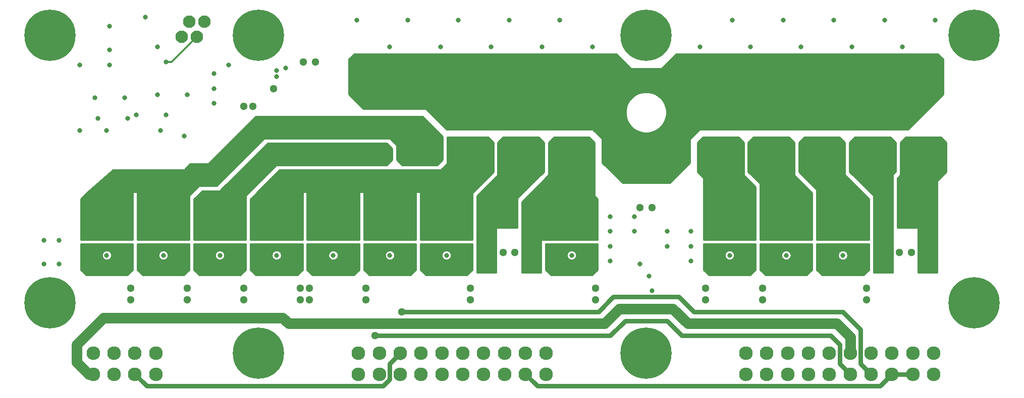
<source format=gbr>
G04 #@! TF.GenerationSoftware,KiCad,Pcbnew,(5.1.5-0-10_14)*
G04 #@! TF.CreationDate,2020-04-25T01:09:03+02:00*
G04 #@! TF.ProjectId,PowerUnit,506f7765-7255-46e6-9974-2e6b69636164,B*
G04 #@! TF.SameCoordinates,Original*
G04 #@! TF.FileFunction,Copper,L4,Bot*
G04 #@! TF.FilePolarity,Positive*
%FSLAX46Y46*%
G04 Gerber Fmt 4.6, Leading zero omitted, Abs format (unit mm)*
G04 Created by KiCad (PCBNEW (5.1.5-0-10_14)) date 2020-04-25 01:09:03*
%MOMM*%
%LPD*%
G04 APERTURE LIST*
%ADD10C,2.100000*%
%ADD11C,0.900000*%
%ADD12C,8.600000*%
%ADD13C,2.700000*%
%ADD14C,2.300000*%
%ADD15C,1.300000*%
%ADD16C,0.800000*%
%ADD17C,0.800000*%
%ADD18C,1.800000*%
%ADD19C,0.300000*%
%ADD20C,0.254000*%
G04 APERTURE END LIST*
D10*
X80905000Y-87730000D03*
X79635000Y-90270000D03*
X78365000Y-87730000D03*
X77095000Y-90270000D03*
D11*
X212280419Y-132719581D03*
X210000000Y-131775000D03*
X207719581Y-132719581D03*
X206775000Y-135000000D03*
X207719581Y-137280419D03*
X210000000Y-138225000D03*
X212280419Y-137280419D03*
X213225000Y-135000000D03*
D12*
X210000000Y-135000000D03*
D11*
X212280419Y-87719581D03*
X210000000Y-86775000D03*
X207719581Y-87719581D03*
X206775000Y-90000000D03*
X207719581Y-92280419D03*
X210000000Y-93225000D03*
X212280419Y-92280419D03*
X213225000Y-90000000D03*
D12*
X210000000Y-90000000D03*
D11*
X157280419Y-141219581D03*
X155000000Y-140275000D03*
X152719581Y-141219581D03*
X151775000Y-143500000D03*
X152719581Y-145780419D03*
X155000000Y-146725000D03*
X157280419Y-145780419D03*
X158225000Y-143500000D03*
D12*
X155000000Y-143500000D03*
D11*
X157280419Y-87719581D03*
X155000000Y-86775000D03*
X152719581Y-87719581D03*
X151775000Y-90000000D03*
X152719581Y-92280419D03*
X155000000Y-93225000D03*
X157280419Y-92280419D03*
X158225000Y-90000000D03*
D12*
X155000000Y-90000000D03*
D11*
X92280419Y-141219581D03*
X90000000Y-140275000D03*
X87719581Y-141219581D03*
X86775000Y-143500000D03*
X87719581Y-145780419D03*
X90000000Y-146725000D03*
X92280419Y-145780419D03*
X93225000Y-143500000D03*
D12*
X90000000Y-143500000D03*
D11*
X92280419Y-87719581D03*
X90000000Y-86775000D03*
X87719581Y-87719581D03*
X86775000Y-90000000D03*
X87719581Y-92280419D03*
X90000000Y-93225000D03*
X92280419Y-92280419D03*
X93225000Y-90000000D03*
D12*
X90000000Y-90000000D03*
D11*
X57280419Y-132719581D03*
X55000000Y-131775000D03*
X52719581Y-132719581D03*
X51775000Y-135000000D03*
X52719581Y-137280419D03*
X55000000Y-138225000D03*
X57280419Y-137280419D03*
X58225000Y-135000000D03*
D12*
X55000000Y-135000000D03*
D11*
X57280419Y-87719581D03*
X55000000Y-86775000D03*
X52719581Y-87719581D03*
X51775000Y-90000000D03*
X52719581Y-92280419D03*
X55000000Y-93225000D03*
X57280419Y-92280419D03*
X58225000Y-90000000D03*
D12*
X55000000Y-90000000D03*
D13*
X203200000Y-109730000D03*
X199800000Y-109730000D03*
X199800000Y-96270000D03*
X203200000Y-96270000D03*
X135700000Y-109730000D03*
X132300000Y-109730000D03*
X132300000Y-96270000D03*
X135700000Y-96270000D03*
D14*
X171750000Y-143490000D03*
X175250000Y-143490000D03*
X178750000Y-143490000D03*
X182250000Y-143490000D03*
X185750000Y-143490000D03*
X189250000Y-143490000D03*
X192750000Y-143490000D03*
X196250000Y-143490000D03*
X199750000Y-143490000D03*
X203250000Y-143490000D03*
X171750000Y-146990000D03*
X175250000Y-146990000D03*
X178750000Y-146990000D03*
X182250000Y-146990000D03*
X185750000Y-146990000D03*
X189250000Y-146990000D03*
X192750000Y-146990000D03*
X196250000Y-146990000D03*
X199750000Y-146990000D03*
X203250000Y-146990000D03*
X149920000Y-100460000D03*
X149920000Y-103000000D03*
X149920000Y-105540000D03*
X149920000Y-108080000D03*
X152460000Y-108080000D03*
X155000000Y-108080000D03*
X157540000Y-108080000D03*
X160080000Y-108080000D03*
X160080000Y-105540000D03*
X160080000Y-103000000D03*
X160080000Y-100460000D03*
X160080000Y-97920000D03*
X157540000Y-97920000D03*
X155000000Y-97920000D03*
X152460000Y-97920000D03*
X149920000Y-97920000D03*
X62250000Y-143490000D03*
X65750000Y-143490000D03*
X69250000Y-143490000D03*
X72750000Y-143490000D03*
X62250000Y-146990000D03*
X65750000Y-146990000D03*
X69250000Y-146990000D03*
X72750000Y-146990000D03*
D13*
X144200000Y-109730000D03*
X140800000Y-109730000D03*
X140800000Y-96270000D03*
X144200000Y-96270000D03*
X118700000Y-109730000D03*
X115300000Y-109730000D03*
X115300000Y-96270000D03*
X118700000Y-96270000D03*
X127200000Y-109730000D03*
X123800000Y-109730000D03*
X123800000Y-96270000D03*
X127200000Y-96270000D03*
X169200000Y-109730000D03*
X165800000Y-109730000D03*
X165800000Y-96270000D03*
X169200000Y-96270000D03*
X110200000Y-109730000D03*
X106800000Y-109730000D03*
X106800000Y-96270000D03*
X110200000Y-96270000D03*
X186200000Y-109730000D03*
X182800000Y-109730000D03*
X182800000Y-96270000D03*
X186200000Y-96270000D03*
X177700000Y-109730000D03*
X174300000Y-109730000D03*
X174300000Y-96270000D03*
X177700000Y-96270000D03*
X194700000Y-109730000D03*
X191300000Y-109730000D03*
X191300000Y-96270000D03*
X194700000Y-96270000D03*
D14*
X106750000Y-143490000D03*
X110250000Y-143490000D03*
X113750000Y-143490000D03*
X117250000Y-143490000D03*
X120750000Y-143490000D03*
X124250000Y-143490000D03*
X127750000Y-143490000D03*
X131250000Y-143490000D03*
X134750000Y-143490000D03*
X138250000Y-143490000D03*
X106750000Y-146990000D03*
X110250000Y-146990000D03*
X113750000Y-146990000D03*
X117250000Y-146990000D03*
X120750000Y-146990000D03*
X124250000Y-146990000D03*
X127750000Y-146990000D03*
X131250000Y-146990000D03*
X134750000Y-146990000D03*
X138250000Y-146990000D03*
D15*
X133000000Y-126500000D03*
X131000000Y-126500000D03*
X125500000Y-134500000D03*
X108000000Y-134500000D03*
X108000000Y-132500000D03*
X125500000Y-132500000D03*
X98500000Y-132500000D03*
X97000000Y-132500000D03*
X97000000Y-134500000D03*
X87500000Y-132500000D03*
X87500000Y-134500000D03*
X78000000Y-132500000D03*
X78000000Y-134500000D03*
X68500000Y-132500000D03*
X68500000Y-134500000D03*
X165000000Y-132500000D03*
X165000000Y-134500000D03*
X98500000Y-134500000D03*
X156000000Y-119000000D03*
X154000000Y-119000000D03*
D16*
X169500000Y-87500000D03*
X178000000Y-87500000D03*
X186500000Y-87500000D03*
X195000000Y-87500000D03*
X203500000Y-87500000D03*
X106500000Y-87500000D03*
X115000000Y-87500000D03*
X123500000Y-87500000D03*
X132000000Y-87500000D03*
X140500000Y-87500000D03*
D15*
X146500000Y-132500000D03*
X146500000Y-134500000D03*
X97500000Y-94500000D03*
X99500000Y-94500000D03*
D16*
X82500000Y-101500000D03*
X60000000Y-95000000D03*
X71000000Y-87000000D03*
X69500000Y-103450000D03*
X74500000Y-103450000D03*
X65000000Y-92500000D03*
X65000000Y-95000000D03*
X78000000Y-100000000D03*
X73000000Y-100000000D03*
X67500000Y-100500000D03*
X62500000Y-100500000D03*
D15*
X197500000Y-126500000D03*
X199500000Y-126500000D03*
X192000000Y-132500000D03*
X192000000Y-134500000D03*
X174500000Y-132500000D03*
X174500000Y-134500000D03*
X89000000Y-102000000D03*
X87500000Y-102000000D03*
X92500000Y-99000000D03*
D16*
X85000000Y-95000000D03*
X73000000Y-92000000D03*
X82500000Y-96500000D03*
X94500000Y-95500000D03*
X93000000Y-96000000D03*
X93000000Y-97000000D03*
X82500000Y-99000000D03*
X65000000Y-88500000D03*
X63000000Y-104000000D03*
X68000000Y-104000000D03*
X129000000Y-92000000D03*
D15*
X118000000Y-121000000D03*
X118000000Y-119000000D03*
X118000000Y-123000000D03*
X125000000Y-123000000D03*
X125000000Y-121000000D03*
X125000000Y-119000000D03*
X115500000Y-119000000D03*
X115500000Y-121000000D03*
X115500000Y-123000000D03*
X108500000Y-123000000D03*
X108500000Y-121000000D03*
X108500000Y-119000000D03*
X106000000Y-119000000D03*
X106000000Y-121000000D03*
X106000000Y-123000000D03*
X99000000Y-123000000D03*
X99000000Y-121000000D03*
X99000000Y-119000000D03*
X96500000Y-119000000D03*
X96500000Y-121000000D03*
X96500000Y-123000000D03*
X89500000Y-119000000D03*
X89500000Y-121000000D03*
X89500000Y-123000000D03*
D16*
X120500000Y-92000000D03*
D15*
X70500000Y-121000000D03*
X61000000Y-121000000D03*
X70500000Y-119000000D03*
X70500000Y-123000000D03*
X77500000Y-123000000D03*
X77500000Y-121000000D03*
X77500000Y-119000000D03*
X61000000Y-119000000D03*
X61000000Y-123000000D03*
X68000000Y-123000000D03*
X68000000Y-121000000D03*
X68000000Y-119000000D03*
D16*
X146000000Y-92000000D03*
D15*
X135000000Y-124500000D03*
X136500000Y-124500000D03*
X136500000Y-126500000D03*
X135000000Y-126500000D03*
X135000000Y-128500000D03*
X136500000Y-128500000D03*
X146000000Y-119000000D03*
X139000000Y-119000000D03*
X139000000Y-121000000D03*
X146000000Y-121000000D03*
X146000000Y-123000000D03*
X139000000Y-123000000D03*
D16*
X164000000Y-92000000D03*
D15*
X172500000Y-123000000D03*
X172500000Y-121000000D03*
X172500000Y-119000000D03*
X165500000Y-123000000D03*
X165500000Y-121000000D03*
X165500000Y-119000000D03*
X154000000Y-111000000D03*
X156000000Y-111000000D03*
D16*
X172500000Y-92000000D03*
D15*
X182000000Y-121000000D03*
X182000000Y-123000000D03*
X182000000Y-119000000D03*
X175000000Y-119000000D03*
X175000000Y-121000000D03*
X175000000Y-123000000D03*
D16*
X181000000Y-92000000D03*
D15*
X184500000Y-119000000D03*
X184500000Y-121000000D03*
X184500000Y-123000000D03*
X191500000Y-119000000D03*
X191500000Y-121000000D03*
X191500000Y-123000000D03*
D16*
X112000000Y-92000000D03*
D15*
X80000000Y-121000000D03*
X80000000Y-119000000D03*
X87000000Y-119000000D03*
X87000000Y-121000000D03*
X87000000Y-123000000D03*
X80000000Y-123000000D03*
D16*
X77500000Y-106999988D03*
X102500000Y-127000000D03*
D15*
X106000000Y-126500000D03*
X109500000Y-140500000D03*
X106000000Y-128500000D03*
X99000000Y-126500000D03*
X99000000Y-128500000D03*
X182000000Y-128500000D03*
X182000000Y-126500000D03*
X175000000Y-126500000D03*
X175000000Y-128500000D03*
X139000000Y-126500000D03*
X139000000Y-128500000D03*
X146000000Y-128500000D03*
X146000000Y-126500000D03*
X68000000Y-126500000D03*
X68000000Y-128500000D03*
X61000000Y-126500000D03*
X61000000Y-128500000D03*
X96500000Y-126500000D03*
X96500000Y-128500000D03*
X89500000Y-128500000D03*
X89500000Y-126500000D03*
X165500000Y-126500000D03*
X165500000Y-128500000D03*
X172500000Y-128500000D03*
X172500000Y-126500000D03*
X115500000Y-126500000D03*
X114000000Y-136500000D03*
X115500000Y-128500000D03*
X108500000Y-126500000D03*
X108500000Y-128500000D03*
X184500000Y-126500000D03*
X184500000Y-128500000D03*
X191500000Y-126500000D03*
X191500000Y-128500000D03*
X80000000Y-126500000D03*
X80000000Y-128500000D03*
X87000000Y-126500000D03*
X87000000Y-128500000D03*
X125000000Y-126500000D03*
X125000000Y-128500000D03*
X118000000Y-126500000D03*
X118000000Y-128500000D03*
X117000000Y-138500000D03*
X119000000Y-138500000D03*
X121000000Y-138500000D03*
X70500000Y-126500000D03*
X70500000Y-128500000D03*
X77500000Y-128500000D03*
X77500000Y-126500000D03*
D16*
X60000010Y-106000000D03*
X64500000Y-106000000D03*
X74500000Y-94500000D03*
X189500000Y-92000000D03*
D15*
X194000000Y-124500000D03*
X195500000Y-124500000D03*
X194000000Y-126500000D03*
X195500000Y-126500000D03*
X195500000Y-128500000D03*
X194000000Y-128500000D03*
D16*
X156000000Y-133000000D03*
X154000000Y-128500000D03*
X155500000Y-130500000D03*
X158500000Y-125500000D03*
X153000000Y-120500000D03*
X56500000Y-128500000D03*
X54000000Y-128500000D03*
X153000000Y-123000000D03*
X158500000Y-123000000D03*
X137500000Y-92000000D03*
D15*
X127500000Y-124500000D03*
X129000000Y-124500000D03*
X127500000Y-126500000D03*
X129000000Y-126500000D03*
X127500000Y-128500000D03*
X129000000Y-128500000D03*
X132000000Y-118500000D03*
D16*
X198000000Y-92000000D03*
D15*
X201500000Y-124500000D03*
X203000000Y-124500000D03*
X203000000Y-126500000D03*
X201500000Y-126500000D03*
X201500000Y-128500000D03*
X203000000Y-128500000D03*
X198500000Y-118500000D03*
D16*
X73500000Y-106000000D03*
X112000000Y-127000000D03*
X178500000Y-127000000D03*
X162500000Y-125500000D03*
X142500000Y-127000000D03*
X149000000Y-120500000D03*
X64500000Y-127000000D03*
X56500000Y-124500000D03*
X93000000Y-127000000D03*
X149000000Y-125500000D03*
X169000000Y-127000000D03*
X162500000Y-128000000D03*
X188000000Y-127000000D03*
X162500000Y-123000000D03*
X83500000Y-127000000D03*
X54000000Y-124500000D03*
X121500000Y-127000000D03*
X149000000Y-123000000D03*
X74000000Y-127000000D03*
X149000000Y-128000000D03*
D17*
X149000000Y-140500000D02*
X109500000Y-140500000D01*
X187500000Y-142000000D02*
X186000000Y-140500000D01*
X189250000Y-146990000D02*
X187500001Y-145240001D01*
X186000000Y-140500000D02*
X161000000Y-140500000D01*
X187500001Y-145240001D02*
X187500000Y-142000000D01*
X158500000Y-138000000D02*
X151500000Y-138000000D01*
X151500000Y-138000000D02*
X149000000Y-140500000D01*
X161000000Y-140500000D02*
X158500000Y-138000000D01*
X113750000Y-144250000D02*
X113750000Y-143490000D01*
X112600001Y-144639999D02*
X113750000Y-143490000D01*
X112000000Y-145240000D02*
X112600001Y-144639999D01*
X71260000Y-149000000D02*
X110830003Y-149000000D01*
X112000000Y-147830003D02*
X112000000Y-145240000D01*
X110830003Y-149000000D02*
X112000000Y-147830003D01*
X69250000Y-146990000D02*
X71260000Y-149000000D01*
X160500000Y-134000000D02*
X149500000Y-134000000D01*
X149500000Y-134000000D02*
X147000000Y-136500000D01*
X163000000Y-136500000D02*
X160500000Y-134000000D01*
X188000000Y-136500000D02*
X163000000Y-136500000D01*
X191000001Y-139500001D02*
X188000000Y-136500000D01*
X191000001Y-142649999D02*
X191000001Y-139500001D01*
X190999999Y-145239999D02*
X191000001Y-142649999D01*
X192750000Y-146990000D02*
X190999999Y-145239999D01*
X147000000Y-136500000D02*
X114000000Y-136500000D01*
D18*
X59500000Y-142000000D02*
X64000000Y-137500000D01*
X59500000Y-145000000D02*
X59500000Y-142000000D01*
X61490000Y-146990000D02*
X59500000Y-145000000D01*
X62250000Y-146990000D02*
X61490000Y-146990000D01*
X64000000Y-137500000D02*
X94000000Y-137500000D01*
X95000000Y-138500000D02*
X94000000Y-137500000D01*
X117000000Y-138500000D02*
X95000000Y-138500000D01*
X123500000Y-138500000D02*
X117000000Y-138500000D01*
X159500000Y-136000000D02*
X150500000Y-136000000D01*
X162000000Y-138500000D02*
X159500000Y-136000000D01*
X187000000Y-138500000D02*
X162000000Y-138500000D01*
X148000000Y-138500000D02*
X123500000Y-138500000D01*
X150500000Y-136000000D02*
X148000000Y-138500000D01*
X189250000Y-140750000D02*
X187000000Y-138500000D01*
X189250000Y-143490000D02*
X189250000Y-140750000D01*
D19*
X75405000Y-94500000D02*
X74500000Y-94500000D01*
X79635000Y-90270000D02*
X75405000Y-94500000D01*
D17*
X196250000Y-146990000D02*
X199750000Y-146990000D01*
X136760000Y-149000000D02*
X134750000Y-146990000D01*
X194240000Y-149000000D02*
X196250000Y-146990000D01*
X194240000Y-149000000D02*
X136760000Y-149000000D01*
D20*
G36*
X137873000Y-108052606D02*
G01*
X137873000Y-112947394D01*
X133410197Y-117410197D01*
X133394403Y-117429443D01*
X133382667Y-117451399D01*
X133375440Y-117475224D01*
X133373000Y-117500000D01*
X133373000Y-122373000D01*
X130000000Y-122373000D01*
X129975224Y-122375440D01*
X129951399Y-122382667D01*
X129929443Y-122394403D01*
X129910197Y-122410197D01*
X129894403Y-122429443D01*
X129882667Y-122451399D01*
X129875440Y-122475224D01*
X129873000Y-122500000D01*
X129873000Y-129873000D01*
X126627000Y-129873000D01*
X126627000Y-117052606D01*
X130089803Y-113589803D01*
X130105597Y-113570557D01*
X130117333Y-113548601D01*
X130124560Y-113524776D01*
X130127000Y-113500000D01*
X130127000Y-108052606D01*
X131052606Y-107127000D01*
X136947394Y-107127000D01*
X137873000Y-108052606D01*
G37*
X137873000Y-108052606D02*
X137873000Y-112947394D01*
X133410197Y-117410197D01*
X133394403Y-117429443D01*
X133382667Y-117451399D01*
X133375440Y-117475224D01*
X133373000Y-117500000D01*
X133373000Y-122373000D01*
X130000000Y-122373000D01*
X129975224Y-122375440D01*
X129951399Y-122382667D01*
X129929443Y-122394403D01*
X129910197Y-122410197D01*
X129894403Y-122429443D01*
X129882667Y-122451399D01*
X129875440Y-122475224D01*
X129873000Y-122500000D01*
X129873000Y-129873000D01*
X126627000Y-129873000D01*
X126627000Y-117052606D01*
X130089803Y-113589803D01*
X130105597Y-113570557D01*
X130117333Y-113548601D01*
X130124560Y-113524776D01*
X130127000Y-113500000D01*
X130127000Y-108052606D01*
X131052606Y-107127000D01*
X136947394Y-107127000D01*
X137873000Y-108052606D01*
G36*
X120873000Y-107052606D02*
G01*
X120873000Y-110947394D01*
X119947394Y-111873000D01*
X114052606Y-111873000D01*
X113127000Y-110947394D01*
X113127000Y-108500000D01*
X113124560Y-108475224D01*
X113117333Y-108451399D01*
X113105597Y-108429443D01*
X113089803Y-108410197D01*
X112089803Y-107410197D01*
X112070557Y-107394403D01*
X112048601Y-107382667D01*
X112024776Y-107375440D01*
X112000000Y-107373000D01*
X91000000Y-107373000D01*
X90975224Y-107375440D01*
X90951399Y-107382667D01*
X90929443Y-107394403D01*
X90910197Y-107410197D01*
X82947394Y-115373000D01*
X80000000Y-115373000D01*
X79975224Y-115375440D01*
X79951399Y-115382667D01*
X79929443Y-115394403D01*
X79910197Y-115410197D01*
X78410197Y-116910197D01*
X78394403Y-116929443D01*
X78382667Y-116951399D01*
X78375440Y-116975224D01*
X78373000Y-117000000D01*
X78373000Y-124373000D01*
X69627000Y-124373000D01*
X69627000Y-116500000D01*
X69624560Y-116475224D01*
X69617333Y-116451399D01*
X69605597Y-116429443D01*
X69589803Y-116410197D01*
X69570557Y-116394403D01*
X69548601Y-116382667D01*
X69524776Y-116375440D01*
X69500000Y-116373000D01*
X69000000Y-116373000D01*
X68975224Y-116375440D01*
X68951399Y-116382667D01*
X68929443Y-116394403D01*
X68910197Y-116410197D01*
X68894403Y-116429443D01*
X68882667Y-116451399D01*
X68875440Y-116475224D01*
X68873000Y-116500000D01*
X68873000Y-124373000D01*
X60127000Y-124373000D01*
X60127000Y-117553305D01*
X61107919Y-116590642D01*
X61123893Y-116571546D01*
X61135835Y-116549701D01*
X61136062Y-116548976D01*
X61285569Y-116416081D01*
X61290150Y-116411802D01*
X61554229Y-116152638D01*
X61555871Y-116152476D01*
X61579696Y-116145249D01*
X61601652Y-116133513D01*
X61615469Y-116122837D01*
X65548285Y-112627000D01*
X77500000Y-112627000D01*
X77524776Y-112624560D01*
X77548601Y-112617333D01*
X77570557Y-112605597D01*
X77589803Y-112589803D01*
X78552606Y-111627000D01*
X81500000Y-111627000D01*
X81524776Y-111624560D01*
X81548601Y-111617333D01*
X81570557Y-111605597D01*
X81589803Y-111589803D01*
X89552606Y-103627000D01*
X117447394Y-103627000D01*
X120873000Y-107052606D01*
G37*
X120873000Y-107052606D02*
X120873000Y-110947394D01*
X119947394Y-111873000D01*
X114052606Y-111873000D01*
X113127000Y-110947394D01*
X113127000Y-108500000D01*
X113124560Y-108475224D01*
X113117333Y-108451399D01*
X113105597Y-108429443D01*
X113089803Y-108410197D01*
X112089803Y-107410197D01*
X112070557Y-107394403D01*
X112048601Y-107382667D01*
X112024776Y-107375440D01*
X112000000Y-107373000D01*
X91000000Y-107373000D01*
X90975224Y-107375440D01*
X90951399Y-107382667D01*
X90929443Y-107394403D01*
X90910197Y-107410197D01*
X82947394Y-115373000D01*
X80000000Y-115373000D01*
X79975224Y-115375440D01*
X79951399Y-115382667D01*
X79929443Y-115394403D01*
X79910197Y-115410197D01*
X78410197Y-116910197D01*
X78394403Y-116929443D01*
X78382667Y-116951399D01*
X78375440Y-116975224D01*
X78373000Y-117000000D01*
X78373000Y-124373000D01*
X69627000Y-124373000D01*
X69627000Y-116500000D01*
X69624560Y-116475224D01*
X69617333Y-116451399D01*
X69605597Y-116429443D01*
X69589803Y-116410197D01*
X69570557Y-116394403D01*
X69548601Y-116382667D01*
X69524776Y-116375440D01*
X69500000Y-116373000D01*
X69000000Y-116373000D01*
X68975224Y-116375440D01*
X68951399Y-116382667D01*
X68929443Y-116394403D01*
X68910197Y-116410197D01*
X68894403Y-116429443D01*
X68882667Y-116451399D01*
X68875440Y-116475224D01*
X68873000Y-116500000D01*
X68873000Y-124373000D01*
X60127000Y-124373000D01*
X60127000Y-117553305D01*
X61107919Y-116590642D01*
X61123893Y-116571546D01*
X61135835Y-116549701D01*
X61136062Y-116548976D01*
X61285569Y-116416081D01*
X61290150Y-116411802D01*
X61554229Y-116152638D01*
X61555871Y-116152476D01*
X61579696Y-116145249D01*
X61601652Y-116133513D01*
X61615469Y-116122837D01*
X65548285Y-112627000D01*
X77500000Y-112627000D01*
X77524776Y-112624560D01*
X77548601Y-112617333D01*
X77570557Y-112605597D01*
X77589803Y-112589803D01*
X78552606Y-111627000D01*
X81500000Y-111627000D01*
X81524776Y-111624560D01*
X81548601Y-111617333D01*
X81570557Y-111605597D01*
X81589803Y-111589803D01*
X89552606Y-103627000D01*
X117447394Y-103627000D01*
X120873000Y-107052606D01*
G36*
X152410197Y-95589803D02*
G01*
X152429443Y-95605597D01*
X152451399Y-95617333D01*
X152475224Y-95624560D01*
X152500000Y-95627000D01*
X157500000Y-95627000D01*
X157524776Y-95624560D01*
X157548601Y-95617333D01*
X157570557Y-95605597D01*
X157589803Y-95589803D01*
X160052606Y-93127000D01*
X203947394Y-93127000D01*
X204873000Y-94052606D01*
X204873000Y-99947394D01*
X198947394Y-105873000D01*
X164000000Y-105873000D01*
X163975224Y-105875440D01*
X163951399Y-105882667D01*
X163929443Y-105894403D01*
X163910197Y-105910197D01*
X162410197Y-107410197D01*
X162394403Y-107429443D01*
X162382667Y-107451399D01*
X162375440Y-107475224D01*
X162373000Y-107500000D01*
X162373000Y-111447394D01*
X158947394Y-114873000D01*
X151052473Y-114873000D01*
X147614703Y-111447426D01*
X147626999Y-107500396D01*
X147624636Y-107475612D01*
X147617484Y-107451765D01*
X147605816Y-107429772D01*
X147589803Y-107410197D01*
X146089803Y-105910197D01*
X146070557Y-105894403D01*
X146048601Y-105882667D01*
X146024776Y-105875440D01*
X146000000Y-105873000D01*
X121540277Y-105873000D01*
X118341178Y-102662470D01*
X151573000Y-102662470D01*
X151573000Y-103337530D01*
X151704697Y-103999619D01*
X151963032Y-104623293D01*
X152338075Y-105184585D01*
X152815415Y-105661925D01*
X153376707Y-106036968D01*
X154000381Y-106295303D01*
X154662470Y-106427000D01*
X155337530Y-106427000D01*
X155999619Y-106295303D01*
X156623293Y-106036968D01*
X157184585Y-105661925D01*
X157661925Y-105184585D01*
X158036968Y-104623293D01*
X158295303Y-103999619D01*
X158427000Y-103337530D01*
X158427000Y-102662470D01*
X158295303Y-102000381D01*
X158036968Y-101376707D01*
X157661925Y-100815415D01*
X157184585Y-100338075D01*
X156623293Y-99963032D01*
X155999619Y-99704697D01*
X155337530Y-99573000D01*
X154662470Y-99573000D01*
X154000381Y-99704697D01*
X153376707Y-99963032D01*
X152815415Y-100338075D01*
X152338075Y-100815415D01*
X151963032Y-101376707D01*
X151704697Y-102000381D01*
X151573000Y-102662470D01*
X118341178Y-102662470D01*
X118089963Y-102410358D01*
X118070746Y-102394529D01*
X118048810Y-102382754D01*
X118024999Y-102375485D01*
X118000000Y-102373000D01*
X107552606Y-102373000D01*
X105127000Y-99947394D01*
X105127000Y-94052606D01*
X106052606Y-93127000D01*
X149947394Y-93127000D01*
X152410197Y-95589803D01*
G37*
X152410197Y-95589803D02*
X152429443Y-95605597D01*
X152451399Y-95617333D01*
X152475224Y-95624560D01*
X152500000Y-95627000D01*
X157500000Y-95627000D01*
X157524776Y-95624560D01*
X157548601Y-95617333D01*
X157570557Y-95605597D01*
X157589803Y-95589803D01*
X160052606Y-93127000D01*
X203947394Y-93127000D01*
X204873000Y-94052606D01*
X204873000Y-99947394D01*
X198947394Y-105873000D01*
X164000000Y-105873000D01*
X163975224Y-105875440D01*
X163951399Y-105882667D01*
X163929443Y-105894403D01*
X163910197Y-105910197D01*
X162410197Y-107410197D01*
X162394403Y-107429443D01*
X162382667Y-107451399D01*
X162375440Y-107475224D01*
X162373000Y-107500000D01*
X162373000Y-111447394D01*
X158947394Y-114873000D01*
X151052473Y-114873000D01*
X147614703Y-111447426D01*
X147626999Y-107500396D01*
X147624636Y-107475612D01*
X147617484Y-107451765D01*
X147605816Y-107429772D01*
X147589803Y-107410197D01*
X146089803Y-105910197D01*
X146070557Y-105894403D01*
X146048601Y-105882667D01*
X146024776Y-105875440D01*
X146000000Y-105873000D01*
X121540277Y-105873000D01*
X118341178Y-102662470D01*
X151573000Y-102662470D01*
X151573000Y-103337530D01*
X151704697Y-103999619D01*
X151963032Y-104623293D01*
X152338075Y-105184585D01*
X152815415Y-105661925D01*
X153376707Y-106036968D01*
X154000381Y-106295303D01*
X154662470Y-106427000D01*
X155337530Y-106427000D01*
X155999619Y-106295303D01*
X156623293Y-106036968D01*
X157184585Y-105661925D01*
X157661925Y-105184585D01*
X158036968Y-104623293D01*
X158295303Y-103999619D01*
X158427000Y-103337530D01*
X158427000Y-102662470D01*
X158295303Y-102000381D01*
X158036968Y-101376707D01*
X157661925Y-100815415D01*
X157184585Y-100338075D01*
X156623293Y-99963032D01*
X155999619Y-99704697D01*
X155337530Y-99573000D01*
X154662470Y-99573000D01*
X154000381Y-99704697D01*
X153376707Y-99963032D01*
X152815415Y-100338075D01*
X152338075Y-100815415D01*
X151963032Y-101376707D01*
X151704697Y-102000381D01*
X151573000Y-102662470D01*
X118341178Y-102662470D01*
X118089963Y-102410358D01*
X118070746Y-102394529D01*
X118048810Y-102382754D01*
X118024999Y-102375485D01*
X118000000Y-102373000D01*
X107552606Y-102373000D01*
X105127000Y-99947394D01*
X105127000Y-94052606D01*
X106052606Y-93127000D01*
X149947394Y-93127000D01*
X152410197Y-95589803D01*
G36*
X179873000Y-108052606D02*
G01*
X179873000Y-113500000D01*
X179875440Y-113524776D01*
X179882667Y-113548601D01*
X179894403Y-113570557D01*
X179910197Y-113589803D01*
X182873000Y-116552606D01*
X182873000Y-117873000D01*
X174127000Y-117873000D01*
X174127000Y-115000000D01*
X174124560Y-114975224D01*
X174117333Y-114951399D01*
X174105597Y-114929443D01*
X174089803Y-114910197D01*
X172127000Y-112947394D01*
X172127000Y-108052606D01*
X173052606Y-107127000D01*
X178947394Y-107127000D01*
X179873000Y-108052606D01*
G37*
X179873000Y-108052606D02*
X179873000Y-113500000D01*
X179875440Y-113524776D01*
X179882667Y-113548601D01*
X179894403Y-113570557D01*
X179910197Y-113589803D01*
X182873000Y-116552606D01*
X182873000Y-117873000D01*
X174127000Y-117873000D01*
X174127000Y-115000000D01*
X174124560Y-114975224D01*
X174117333Y-114951399D01*
X174105597Y-114929443D01*
X174089803Y-114910197D01*
X172127000Y-112947394D01*
X172127000Y-108052606D01*
X173052606Y-107127000D01*
X178947394Y-107127000D01*
X179873000Y-108052606D01*
G36*
X205373000Y-108052606D02*
G01*
X205373000Y-112947394D01*
X203910197Y-114410197D01*
X203894403Y-114429443D01*
X203882667Y-114451399D01*
X203875440Y-114475224D01*
X203873000Y-114500000D01*
X203873000Y-129873000D01*
X200627000Y-129873000D01*
X200627000Y-122500000D01*
X200624560Y-122475224D01*
X200617333Y-122451399D01*
X200605597Y-122429443D01*
X200589803Y-122410197D01*
X200570557Y-122394403D01*
X200548601Y-122382667D01*
X200524776Y-122375440D01*
X200500000Y-122373000D01*
X197127000Y-122373000D01*
X197127000Y-114052606D01*
X197589803Y-113589803D01*
X197605597Y-113570557D01*
X197617333Y-113548601D01*
X197624560Y-113524776D01*
X197627000Y-113500000D01*
X197627000Y-108052606D01*
X198552606Y-107127000D01*
X204447394Y-107127000D01*
X205373000Y-108052606D01*
G37*
X205373000Y-108052606D02*
X205373000Y-112947394D01*
X203910197Y-114410197D01*
X203894403Y-114429443D01*
X203882667Y-114451399D01*
X203875440Y-114475224D01*
X203873000Y-114500000D01*
X203873000Y-129873000D01*
X200627000Y-129873000D01*
X200627000Y-122500000D01*
X200624560Y-122475224D01*
X200617333Y-122451399D01*
X200605597Y-122429443D01*
X200589803Y-122410197D01*
X200570557Y-122394403D01*
X200548601Y-122382667D01*
X200524776Y-122375440D01*
X200500000Y-122373000D01*
X197127000Y-122373000D01*
X197127000Y-114052606D01*
X197589803Y-113589803D01*
X197605597Y-113570557D01*
X197617333Y-113548601D01*
X197624560Y-113524776D01*
X197627000Y-113500000D01*
X197627000Y-108052606D01*
X198552606Y-107127000D01*
X204447394Y-107127000D01*
X205373000Y-108052606D01*
G36*
X196873000Y-108052606D02*
G01*
X196873000Y-112947394D01*
X196410197Y-113410197D01*
X196394403Y-113429443D01*
X196382667Y-113451399D01*
X196375440Y-113475224D01*
X196373000Y-113500000D01*
X196373000Y-129873000D01*
X193127000Y-129873000D01*
X193127000Y-117000000D01*
X193124560Y-116975224D01*
X193117333Y-116951399D01*
X193105597Y-116929443D01*
X193089803Y-116910197D01*
X189127000Y-112947394D01*
X189127000Y-108052606D01*
X190052606Y-107127000D01*
X195947394Y-107127000D01*
X196873000Y-108052606D01*
G37*
X196873000Y-108052606D02*
X196873000Y-112947394D01*
X196410197Y-113410197D01*
X196394403Y-113429443D01*
X196382667Y-113451399D01*
X196375440Y-113475224D01*
X196373000Y-113500000D01*
X196373000Y-129873000D01*
X193127000Y-129873000D01*
X193127000Y-117000000D01*
X193124560Y-116975224D01*
X193117333Y-116951399D01*
X193105597Y-116929443D01*
X193089803Y-116910197D01*
X189127000Y-112947394D01*
X189127000Y-108052606D01*
X190052606Y-107127000D01*
X195947394Y-107127000D01*
X196873000Y-108052606D01*
G36*
X188373000Y-108052606D02*
G01*
X188373000Y-113500000D01*
X188375440Y-113524776D01*
X188382667Y-113548601D01*
X188394403Y-113570557D01*
X188409886Y-113589490D01*
X192373000Y-117580263D01*
X192373000Y-124373000D01*
X183627000Y-124373000D01*
X183627000Y-116000000D01*
X183624560Y-115975224D01*
X183617333Y-115951399D01*
X183605597Y-115929443D01*
X183589803Y-115910197D01*
X180627000Y-112947394D01*
X180627000Y-108052606D01*
X181552606Y-107127000D01*
X187447394Y-107127000D01*
X188373000Y-108052606D01*
G37*
X188373000Y-108052606D02*
X188373000Y-113500000D01*
X188375440Y-113524776D01*
X188382667Y-113548601D01*
X188394403Y-113570557D01*
X188409886Y-113589490D01*
X192373000Y-117580263D01*
X192373000Y-124373000D01*
X183627000Y-124373000D01*
X183627000Y-116000000D01*
X183624560Y-115975224D01*
X183617333Y-115951399D01*
X183605597Y-115929443D01*
X183589803Y-115910197D01*
X180627000Y-112947394D01*
X180627000Y-108052606D01*
X181552606Y-107127000D01*
X187447394Y-107127000D01*
X188373000Y-108052606D01*
G36*
X171373000Y-108052606D02*
G01*
X171373000Y-113500000D01*
X171375440Y-113524776D01*
X171382667Y-113548601D01*
X171394403Y-113570557D01*
X171410197Y-113589803D01*
X173373000Y-115552606D01*
X173373000Y-124373000D01*
X164627000Y-124373000D01*
X164627000Y-114000000D01*
X164624560Y-113975224D01*
X164617333Y-113951399D01*
X164605597Y-113929443D01*
X164589803Y-113910197D01*
X163627000Y-112947394D01*
X163627000Y-108052606D01*
X164552606Y-107127000D01*
X170447394Y-107127000D01*
X171373000Y-108052606D01*
G37*
X171373000Y-108052606D02*
X171373000Y-113500000D01*
X171375440Y-113524776D01*
X171382667Y-113548601D01*
X171394403Y-113570557D01*
X171410197Y-113589803D01*
X173373000Y-115552606D01*
X173373000Y-124373000D01*
X164627000Y-124373000D01*
X164627000Y-114000000D01*
X164624560Y-113975224D01*
X164617333Y-113951399D01*
X164605597Y-113929443D01*
X164589803Y-113910197D01*
X163627000Y-112947394D01*
X163627000Y-108052606D01*
X164552606Y-107127000D01*
X170447394Y-107127000D01*
X171373000Y-108052606D01*
G36*
X146373000Y-108052606D02*
G01*
X146373000Y-117000000D01*
X146375440Y-117024776D01*
X146382667Y-117048601D01*
X146394403Y-117070557D01*
X146410197Y-117089803D01*
X146873000Y-117552606D01*
X146873000Y-124373000D01*
X137500000Y-124373000D01*
X137475224Y-124375440D01*
X137451399Y-124382667D01*
X137429443Y-124394403D01*
X137410197Y-124410197D01*
X137394403Y-124429443D01*
X137382667Y-124451399D01*
X137375440Y-124475224D01*
X137373000Y-124500000D01*
X137373000Y-129873000D01*
X134127000Y-129873000D01*
X134127000Y-118052606D01*
X138589803Y-113589803D01*
X138605597Y-113570557D01*
X138617333Y-113548601D01*
X138624560Y-113524776D01*
X138627000Y-113500000D01*
X138627000Y-108052606D01*
X139552606Y-107127000D01*
X145447394Y-107127000D01*
X146373000Y-108052606D01*
G37*
X146373000Y-108052606D02*
X146373000Y-117000000D01*
X146375440Y-117024776D01*
X146382667Y-117048601D01*
X146394403Y-117070557D01*
X146410197Y-117089803D01*
X146873000Y-117552606D01*
X146873000Y-124373000D01*
X137500000Y-124373000D01*
X137475224Y-124375440D01*
X137451399Y-124382667D01*
X137429443Y-124394403D01*
X137410197Y-124410197D01*
X137394403Y-124429443D01*
X137382667Y-124451399D01*
X137375440Y-124475224D01*
X137373000Y-124500000D01*
X137373000Y-129873000D01*
X134127000Y-129873000D01*
X134127000Y-118052606D01*
X138589803Y-113589803D01*
X138605597Y-113570557D01*
X138617333Y-113548601D01*
X138624560Y-113524776D01*
X138627000Y-113500000D01*
X138627000Y-108052606D01*
X139552606Y-107127000D01*
X145447394Y-107127000D01*
X146373000Y-108052606D01*
G36*
X182873000Y-129447394D02*
G01*
X181947394Y-130373000D01*
X175052606Y-130373000D01*
X174127000Y-129447394D01*
X174127000Y-126918548D01*
X177673000Y-126918548D01*
X177673000Y-127081452D01*
X177704782Y-127241227D01*
X177767123Y-127391731D01*
X177857628Y-127527181D01*
X177972819Y-127642372D01*
X178108269Y-127732877D01*
X178258773Y-127795218D01*
X178418548Y-127827000D01*
X178581452Y-127827000D01*
X178741227Y-127795218D01*
X178891731Y-127732877D01*
X179027181Y-127642372D01*
X179142372Y-127527181D01*
X179232877Y-127391731D01*
X179295218Y-127241227D01*
X179327000Y-127081452D01*
X179327000Y-126918548D01*
X179295218Y-126758773D01*
X179232877Y-126608269D01*
X179142372Y-126472819D01*
X179027181Y-126357628D01*
X178891731Y-126267123D01*
X178741227Y-126204782D01*
X178581452Y-126173000D01*
X178418548Y-126173000D01*
X178258773Y-126204782D01*
X178108269Y-126267123D01*
X177972819Y-126357628D01*
X177857628Y-126472819D01*
X177767123Y-126608269D01*
X177704782Y-126758773D01*
X177673000Y-126918548D01*
X174127000Y-126918548D01*
X174127000Y-125127000D01*
X182873000Y-125127000D01*
X182873000Y-129447394D01*
G37*
X182873000Y-129447394D02*
X181947394Y-130373000D01*
X175052606Y-130373000D01*
X174127000Y-129447394D01*
X174127000Y-126918548D01*
X177673000Y-126918548D01*
X177673000Y-127081452D01*
X177704782Y-127241227D01*
X177767123Y-127391731D01*
X177857628Y-127527181D01*
X177972819Y-127642372D01*
X178108269Y-127732877D01*
X178258773Y-127795218D01*
X178418548Y-127827000D01*
X178581452Y-127827000D01*
X178741227Y-127795218D01*
X178891731Y-127732877D01*
X179027181Y-127642372D01*
X179142372Y-127527181D01*
X179232877Y-127391731D01*
X179295218Y-127241227D01*
X179327000Y-127081452D01*
X179327000Y-126918548D01*
X179295218Y-126758773D01*
X179232877Y-126608269D01*
X179142372Y-126472819D01*
X179027181Y-126357628D01*
X178891731Y-126267123D01*
X178741227Y-126204782D01*
X178581452Y-126173000D01*
X178418548Y-126173000D01*
X178258773Y-126204782D01*
X178108269Y-126267123D01*
X177972819Y-126357628D01*
X177857628Y-126472819D01*
X177767123Y-126608269D01*
X177704782Y-126758773D01*
X177673000Y-126918548D01*
X174127000Y-126918548D01*
X174127000Y-125127000D01*
X182873000Y-125127000D01*
X182873000Y-129447394D01*
G36*
X97373000Y-129447394D02*
G01*
X96447394Y-130373000D01*
X89552606Y-130373000D01*
X88627000Y-129447394D01*
X88627000Y-126918548D01*
X92173000Y-126918548D01*
X92173000Y-127081452D01*
X92204782Y-127241227D01*
X92267123Y-127391731D01*
X92357628Y-127527181D01*
X92472819Y-127642372D01*
X92608269Y-127732877D01*
X92758773Y-127795218D01*
X92918548Y-127827000D01*
X93081452Y-127827000D01*
X93241227Y-127795218D01*
X93391731Y-127732877D01*
X93527181Y-127642372D01*
X93642372Y-127527181D01*
X93732877Y-127391731D01*
X93795218Y-127241227D01*
X93827000Y-127081452D01*
X93827000Y-126918548D01*
X93795218Y-126758773D01*
X93732877Y-126608269D01*
X93642372Y-126472819D01*
X93527181Y-126357628D01*
X93391731Y-126267123D01*
X93241227Y-126204782D01*
X93081452Y-126173000D01*
X92918548Y-126173000D01*
X92758773Y-126204782D01*
X92608269Y-126267123D01*
X92472819Y-126357628D01*
X92357628Y-126472819D01*
X92267123Y-126608269D01*
X92204782Y-126758773D01*
X92173000Y-126918548D01*
X88627000Y-126918548D01*
X88627000Y-125127000D01*
X97373000Y-125127000D01*
X97373000Y-129447394D01*
G37*
X97373000Y-129447394D02*
X96447394Y-130373000D01*
X89552606Y-130373000D01*
X88627000Y-129447394D01*
X88627000Y-126918548D01*
X92173000Y-126918548D01*
X92173000Y-127081452D01*
X92204782Y-127241227D01*
X92267123Y-127391731D01*
X92357628Y-127527181D01*
X92472819Y-127642372D01*
X92608269Y-127732877D01*
X92758773Y-127795218D01*
X92918548Y-127827000D01*
X93081452Y-127827000D01*
X93241227Y-127795218D01*
X93391731Y-127732877D01*
X93527181Y-127642372D01*
X93642372Y-127527181D01*
X93732877Y-127391731D01*
X93795218Y-127241227D01*
X93827000Y-127081452D01*
X93827000Y-126918548D01*
X93795218Y-126758773D01*
X93732877Y-126608269D01*
X93642372Y-126472819D01*
X93527181Y-126357628D01*
X93391731Y-126267123D01*
X93241227Y-126204782D01*
X93081452Y-126173000D01*
X92918548Y-126173000D01*
X92758773Y-126204782D01*
X92608269Y-126267123D01*
X92472819Y-126357628D01*
X92357628Y-126472819D01*
X92267123Y-126608269D01*
X92204782Y-126758773D01*
X92173000Y-126918548D01*
X88627000Y-126918548D01*
X88627000Y-125127000D01*
X97373000Y-125127000D01*
X97373000Y-129447394D01*
G36*
X146873000Y-129447394D02*
G01*
X145947394Y-130373000D01*
X139052606Y-130373000D01*
X138127000Y-129447394D01*
X138127000Y-126918548D01*
X141673000Y-126918548D01*
X141673000Y-127081452D01*
X141704782Y-127241227D01*
X141767123Y-127391731D01*
X141857628Y-127527181D01*
X141972819Y-127642372D01*
X142108269Y-127732877D01*
X142258773Y-127795218D01*
X142418548Y-127827000D01*
X142581452Y-127827000D01*
X142741227Y-127795218D01*
X142891731Y-127732877D01*
X143027181Y-127642372D01*
X143142372Y-127527181D01*
X143232877Y-127391731D01*
X143295218Y-127241227D01*
X143327000Y-127081452D01*
X143327000Y-126918548D01*
X143295218Y-126758773D01*
X143232877Y-126608269D01*
X143142372Y-126472819D01*
X143027181Y-126357628D01*
X142891731Y-126267123D01*
X142741227Y-126204782D01*
X142581452Y-126173000D01*
X142418548Y-126173000D01*
X142258773Y-126204782D01*
X142108269Y-126267123D01*
X141972819Y-126357628D01*
X141857628Y-126472819D01*
X141767123Y-126608269D01*
X141704782Y-126758773D01*
X141673000Y-126918548D01*
X138127000Y-126918548D01*
X138127000Y-125127000D01*
X146873000Y-125127000D01*
X146873000Y-129447394D01*
G37*
X146873000Y-129447394D02*
X145947394Y-130373000D01*
X139052606Y-130373000D01*
X138127000Y-129447394D01*
X138127000Y-126918548D01*
X141673000Y-126918548D01*
X141673000Y-127081452D01*
X141704782Y-127241227D01*
X141767123Y-127391731D01*
X141857628Y-127527181D01*
X141972819Y-127642372D01*
X142108269Y-127732877D01*
X142258773Y-127795218D01*
X142418548Y-127827000D01*
X142581452Y-127827000D01*
X142741227Y-127795218D01*
X142891731Y-127732877D01*
X143027181Y-127642372D01*
X143142372Y-127527181D01*
X143232877Y-127391731D01*
X143295218Y-127241227D01*
X143327000Y-127081452D01*
X143327000Y-126918548D01*
X143295218Y-126758773D01*
X143232877Y-126608269D01*
X143142372Y-126472819D01*
X143027181Y-126357628D01*
X142891731Y-126267123D01*
X142741227Y-126204782D01*
X142581452Y-126173000D01*
X142418548Y-126173000D01*
X142258773Y-126204782D01*
X142108269Y-126267123D01*
X141972819Y-126357628D01*
X141857628Y-126472819D01*
X141767123Y-126608269D01*
X141704782Y-126758773D01*
X141673000Y-126918548D01*
X138127000Y-126918548D01*
X138127000Y-125127000D01*
X146873000Y-125127000D01*
X146873000Y-129447394D01*
G36*
X125873000Y-129447394D02*
G01*
X124947394Y-130373000D01*
X118052606Y-130373000D01*
X117127000Y-129447394D01*
X117127000Y-126918548D01*
X120673000Y-126918548D01*
X120673000Y-127081452D01*
X120704782Y-127241227D01*
X120767123Y-127391731D01*
X120857628Y-127527181D01*
X120972819Y-127642372D01*
X121108269Y-127732877D01*
X121258773Y-127795218D01*
X121418548Y-127827000D01*
X121581452Y-127827000D01*
X121741227Y-127795218D01*
X121891731Y-127732877D01*
X122027181Y-127642372D01*
X122142372Y-127527181D01*
X122232877Y-127391731D01*
X122295218Y-127241227D01*
X122327000Y-127081452D01*
X122327000Y-126918548D01*
X122295218Y-126758773D01*
X122232877Y-126608269D01*
X122142372Y-126472819D01*
X122027181Y-126357628D01*
X121891731Y-126267123D01*
X121741227Y-126204782D01*
X121581452Y-126173000D01*
X121418548Y-126173000D01*
X121258773Y-126204782D01*
X121108269Y-126267123D01*
X120972819Y-126357628D01*
X120857628Y-126472819D01*
X120767123Y-126608269D01*
X120704782Y-126758773D01*
X120673000Y-126918548D01*
X117127000Y-126918548D01*
X117127000Y-125127000D01*
X125873000Y-125127000D01*
X125873000Y-129447394D01*
G37*
X125873000Y-129447394D02*
X124947394Y-130373000D01*
X118052606Y-130373000D01*
X117127000Y-129447394D01*
X117127000Y-126918548D01*
X120673000Y-126918548D01*
X120673000Y-127081452D01*
X120704782Y-127241227D01*
X120767123Y-127391731D01*
X120857628Y-127527181D01*
X120972819Y-127642372D01*
X121108269Y-127732877D01*
X121258773Y-127795218D01*
X121418548Y-127827000D01*
X121581452Y-127827000D01*
X121741227Y-127795218D01*
X121891731Y-127732877D01*
X122027181Y-127642372D01*
X122142372Y-127527181D01*
X122232877Y-127391731D01*
X122295218Y-127241227D01*
X122327000Y-127081452D01*
X122327000Y-126918548D01*
X122295218Y-126758773D01*
X122232877Y-126608269D01*
X122142372Y-126472819D01*
X122027181Y-126357628D01*
X121891731Y-126267123D01*
X121741227Y-126204782D01*
X121581452Y-126173000D01*
X121418548Y-126173000D01*
X121258773Y-126204782D01*
X121108269Y-126267123D01*
X120972819Y-126357628D01*
X120857628Y-126472819D01*
X120767123Y-126608269D01*
X120704782Y-126758773D01*
X120673000Y-126918548D01*
X117127000Y-126918548D01*
X117127000Y-125127000D01*
X125873000Y-125127000D01*
X125873000Y-129447394D01*
G36*
X106873000Y-129447394D02*
G01*
X105947394Y-130373000D01*
X99052606Y-130373000D01*
X98127000Y-129447394D01*
X98127000Y-126918548D01*
X101673000Y-126918548D01*
X101673000Y-127081452D01*
X101704782Y-127241227D01*
X101767123Y-127391731D01*
X101857628Y-127527181D01*
X101972819Y-127642372D01*
X102108269Y-127732877D01*
X102258773Y-127795218D01*
X102418548Y-127827000D01*
X102581452Y-127827000D01*
X102741227Y-127795218D01*
X102891731Y-127732877D01*
X103027181Y-127642372D01*
X103142372Y-127527181D01*
X103232877Y-127391731D01*
X103295218Y-127241227D01*
X103327000Y-127081452D01*
X103327000Y-126918548D01*
X103295218Y-126758773D01*
X103232877Y-126608269D01*
X103142372Y-126472819D01*
X103027181Y-126357628D01*
X102891731Y-126267123D01*
X102741227Y-126204782D01*
X102581452Y-126173000D01*
X102418548Y-126173000D01*
X102258773Y-126204782D01*
X102108269Y-126267123D01*
X101972819Y-126357628D01*
X101857628Y-126472819D01*
X101767123Y-126608269D01*
X101704782Y-126758773D01*
X101673000Y-126918548D01*
X98127000Y-126918548D01*
X98127000Y-125127000D01*
X106873000Y-125127000D01*
X106873000Y-129447394D01*
G37*
X106873000Y-129447394D02*
X105947394Y-130373000D01*
X99052606Y-130373000D01*
X98127000Y-129447394D01*
X98127000Y-126918548D01*
X101673000Y-126918548D01*
X101673000Y-127081452D01*
X101704782Y-127241227D01*
X101767123Y-127391731D01*
X101857628Y-127527181D01*
X101972819Y-127642372D01*
X102108269Y-127732877D01*
X102258773Y-127795218D01*
X102418548Y-127827000D01*
X102581452Y-127827000D01*
X102741227Y-127795218D01*
X102891731Y-127732877D01*
X103027181Y-127642372D01*
X103142372Y-127527181D01*
X103232877Y-127391731D01*
X103295218Y-127241227D01*
X103327000Y-127081452D01*
X103327000Y-126918548D01*
X103295218Y-126758773D01*
X103232877Y-126608269D01*
X103142372Y-126472819D01*
X103027181Y-126357628D01*
X102891731Y-126267123D01*
X102741227Y-126204782D01*
X102581452Y-126173000D01*
X102418548Y-126173000D01*
X102258773Y-126204782D01*
X102108269Y-126267123D01*
X101972819Y-126357628D01*
X101857628Y-126472819D01*
X101767123Y-126608269D01*
X101704782Y-126758773D01*
X101673000Y-126918548D01*
X98127000Y-126918548D01*
X98127000Y-125127000D01*
X106873000Y-125127000D01*
X106873000Y-129447394D01*
G36*
X87873000Y-129447394D02*
G01*
X86947394Y-130373000D01*
X80052606Y-130373000D01*
X79127000Y-129447394D01*
X79127000Y-126918548D01*
X82673000Y-126918548D01*
X82673000Y-127081452D01*
X82704782Y-127241227D01*
X82767123Y-127391731D01*
X82857628Y-127527181D01*
X82972819Y-127642372D01*
X83108269Y-127732877D01*
X83258773Y-127795218D01*
X83418548Y-127827000D01*
X83581452Y-127827000D01*
X83741227Y-127795218D01*
X83891731Y-127732877D01*
X84027181Y-127642372D01*
X84142372Y-127527181D01*
X84232877Y-127391731D01*
X84295218Y-127241227D01*
X84327000Y-127081452D01*
X84327000Y-126918548D01*
X84295218Y-126758773D01*
X84232877Y-126608269D01*
X84142372Y-126472819D01*
X84027181Y-126357628D01*
X83891731Y-126267123D01*
X83741227Y-126204782D01*
X83581452Y-126173000D01*
X83418548Y-126173000D01*
X83258773Y-126204782D01*
X83108269Y-126267123D01*
X82972819Y-126357628D01*
X82857628Y-126472819D01*
X82767123Y-126608269D01*
X82704782Y-126758773D01*
X82673000Y-126918548D01*
X79127000Y-126918548D01*
X79127000Y-125127000D01*
X87873000Y-125127000D01*
X87873000Y-129447394D01*
G37*
X87873000Y-129447394D02*
X86947394Y-130373000D01*
X80052606Y-130373000D01*
X79127000Y-129447394D01*
X79127000Y-126918548D01*
X82673000Y-126918548D01*
X82673000Y-127081452D01*
X82704782Y-127241227D01*
X82767123Y-127391731D01*
X82857628Y-127527181D01*
X82972819Y-127642372D01*
X83108269Y-127732877D01*
X83258773Y-127795218D01*
X83418548Y-127827000D01*
X83581452Y-127827000D01*
X83741227Y-127795218D01*
X83891731Y-127732877D01*
X84027181Y-127642372D01*
X84142372Y-127527181D01*
X84232877Y-127391731D01*
X84295218Y-127241227D01*
X84327000Y-127081452D01*
X84327000Y-126918548D01*
X84295218Y-126758773D01*
X84232877Y-126608269D01*
X84142372Y-126472819D01*
X84027181Y-126357628D01*
X83891731Y-126267123D01*
X83741227Y-126204782D01*
X83581452Y-126173000D01*
X83418548Y-126173000D01*
X83258773Y-126204782D01*
X83108269Y-126267123D01*
X82972819Y-126357628D01*
X82857628Y-126472819D01*
X82767123Y-126608269D01*
X82704782Y-126758773D01*
X82673000Y-126918548D01*
X79127000Y-126918548D01*
X79127000Y-125127000D01*
X87873000Y-125127000D01*
X87873000Y-129447394D01*
G36*
X112373000Y-109052606D02*
G01*
X112373000Y-110947394D01*
X111447394Y-111873000D01*
X93000000Y-111873000D01*
X92975224Y-111875440D01*
X92951399Y-111882667D01*
X92929443Y-111894403D01*
X92910197Y-111910197D01*
X87910197Y-116910197D01*
X87894403Y-116929443D01*
X87882667Y-116951399D01*
X87875440Y-116975224D01*
X87873000Y-117000000D01*
X87873000Y-124373000D01*
X79127000Y-124373000D01*
X79127000Y-117580522D01*
X80552606Y-116154916D01*
X83500000Y-116154916D01*
X83524776Y-116152476D01*
X83548601Y-116145249D01*
X83570557Y-116133513D01*
X83589803Y-116117719D01*
X83605597Y-116098473D01*
X83617333Y-116076517D01*
X83623535Y-116056071D01*
X91552606Y-108127000D01*
X111447394Y-108127000D01*
X112373000Y-109052606D01*
G37*
X112373000Y-109052606D02*
X112373000Y-110947394D01*
X111447394Y-111873000D01*
X93000000Y-111873000D01*
X92975224Y-111875440D01*
X92951399Y-111882667D01*
X92929443Y-111894403D01*
X92910197Y-111910197D01*
X87910197Y-116910197D01*
X87894403Y-116929443D01*
X87882667Y-116951399D01*
X87875440Y-116975224D01*
X87873000Y-117000000D01*
X87873000Y-124373000D01*
X79127000Y-124373000D01*
X79127000Y-117580522D01*
X80552606Y-116154916D01*
X83500000Y-116154916D01*
X83524776Y-116152476D01*
X83548601Y-116145249D01*
X83570557Y-116133513D01*
X83589803Y-116117719D01*
X83605597Y-116098473D01*
X83617333Y-116076517D01*
X83623535Y-116056071D01*
X91552606Y-108127000D01*
X111447394Y-108127000D01*
X112373000Y-109052606D01*
G36*
X78373000Y-129447394D02*
G01*
X77447394Y-130373000D01*
X70552606Y-130373000D01*
X69627000Y-129447394D01*
X69627000Y-126918548D01*
X73173000Y-126918548D01*
X73173000Y-127081452D01*
X73204782Y-127241227D01*
X73267123Y-127391731D01*
X73357628Y-127527181D01*
X73472819Y-127642372D01*
X73608269Y-127732877D01*
X73758773Y-127795218D01*
X73918548Y-127827000D01*
X74081452Y-127827000D01*
X74241227Y-127795218D01*
X74391731Y-127732877D01*
X74527181Y-127642372D01*
X74642372Y-127527181D01*
X74732877Y-127391731D01*
X74795218Y-127241227D01*
X74827000Y-127081452D01*
X74827000Y-126918548D01*
X74795218Y-126758773D01*
X74732877Y-126608269D01*
X74642372Y-126472819D01*
X74527181Y-126357628D01*
X74391731Y-126267123D01*
X74241227Y-126204782D01*
X74081452Y-126173000D01*
X73918548Y-126173000D01*
X73758773Y-126204782D01*
X73608269Y-126267123D01*
X73472819Y-126357628D01*
X73357628Y-126472819D01*
X73267123Y-126608269D01*
X73204782Y-126758773D01*
X73173000Y-126918548D01*
X69627000Y-126918548D01*
X69627000Y-125127000D01*
X78373000Y-125127000D01*
X78373000Y-129447394D01*
G37*
X78373000Y-129447394D02*
X77447394Y-130373000D01*
X70552606Y-130373000D01*
X69627000Y-129447394D01*
X69627000Y-126918548D01*
X73173000Y-126918548D01*
X73173000Y-127081452D01*
X73204782Y-127241227D01*
X73267123Y-127391731D01*
X73357628Y-127527181D01*
X73472819Y-127642372D01*
X73608269Y-127732877D01*
X73758773Y-127795218D01*
X73918548Y-127827000D01*
X74081452Y-127827000D01*
X74241227Y-127795218D01*
X74391731Y-127732877D01*
X74527181Y-127642372D01*
X74642372Y-127527181D01*
X74732877Y-127391731D01*
X74795218Y-127241227D01*
X74827000Y-127081452D01*
X74827000Y-126918548D01*
X74795218Y-126758773D01*
X74732877Y-126608269D01*
X74642372Y-126472819D01*
X74527181Y-126357628D01*
X74391731Y-126267123D01*
X74241227Y-126204782D01*
X74081452Y-126173000D01*
X73918548Y-126173000D01*
X73758773Y-126204782D01*
X73608269Y-126267123D01*
X73472819Y-126357628D01*
X73357628Y-126472819D01*
X73267123Y-126608269D01*
X73204782Y-126758773D01*
X73173000Y-126918548D01*
X69627000Y-126918548D01*
X69627000Y-125127000D01*
X78373000Y-125127000D01*
X78373000Y-129447394D01*
G36*
X68873000Y-129447394D02*
G01*
X67947394Y-130373000D01*
X61052606Y-130373000D01*
X60127000Y-129447394D01*
X60127000Y-126918548D01*
X63673000Y-126918548D01*
X63673000Y-127081452D01*
X63704782Y-127241227D01*
X63767123Y-127391731D01*
X63857628Y-127527181D01*
X63972819Y-127642372D01*
X64108269Y-127732877D01*
X64258773Y-127795218D01*
X64418548Y-127827000D01*
X64581452Y-127827000D01*
X64741227Y-127795218D01*
X64891731Y-127732877D01*
X65027181Y-127642372D01*
X65142372Y-127527181D01*
X65232877Y-127391731D01*
X65295218Y-127241227D01*
X65327000Y-127081452D01*
X65327000Y-126918548D01*
X65295218Y-126758773D01*
X65232877Y-126608269D01*
X65142372Y-126472819D01*
X65027181Y-126357628D01*
X64891731Y-126267123D01*
X64741227Y-126204782D01*
X64581452Y-126173000D01*
X64418548Y-126173000D01*
X64258773Y-126204782D01*
X64108269Y-126267123D01*
X63972819Y-126357628D01*
X63857628Y-126472819D01*
X63767123Y-126608269D01*
X63704782Y-126758773D01*
X63673000Y-126918548D01*
X60127000Y-126918548D01*
X60127000Y-125127000D01*
X68873000Y-125127000D01*
X68873000Y-129447394D01*
G37*
X68873000Y-129447394D02*
X67947394Y-130373000D01*
X61052606Y-130373000D01*
X60127000Y-129447394D01*
X60127000Y-126918548D01*
X63673000Y-126918548D01*
X63673000Y-127081452D01*
X63704782Y-127241227D01*
X63767123Y-127391731D01*
X63857628Y-127527181D01*
X63972819Y-127642372D01*
X64108269Y-127732877D01*
X64258773Y-127795218D01*
X64418548Y-127827000D01*
X64581452Y-127827000D01*
X64741227Y-127795218D01*
X64891731Y-127732877D01*
X65027181Y-127642372D01*
X65142372Y-127527181D01*
X65232877Y-127391731D01*
X65295218Y-127241227D01*
X65327000Y-127081452D01*
X65327000Y-126918548D01*
X65295218Y-126758773D01*
X65232877Y-126608269D01*
X65142372Y-126472819D01*
X65027181Y-126357628D01*
X64891731Y-126267123D01*
X64741227Y-126204782D01*
X64581452Y-126173000D01*
X64418548Y-126173000D01*
X64258773Y-126204782D01*
X64108269Y-126267123D01*
X63972819Y-126357628D01*
X63857628Y-126472819D01*
X63767123Y-126608269D01*
X63704782Y-126758773D01*
X63673000Y-126918548D01*
X60127000Y-126918548D01*
X60127000Y-125127000D01*
X68873000Y-125127000D01*
X68873000Y-129447394D01*
G36*
X129373000Y-108052606D02*
G01*
X129373000Y-112947394D01*
X125910197Y-116410197D01*
X125894403Y-116429443D01*
X125882667Y-116451399D01*
X125875440Y-116475224D01*
X125873000Y-116500000D01*
X125873000Y-124373000D01*
X117127000Y-124373000D01*
X117127000Y-116500000D01*
X117124560Y-116475224D01*
X117117333Y-116451399D01*
X117105597Y-116429443D01*
X117089803Y-116410197D01*
X117070557Y-116394403D01*
X117048601Y-116382667D01*
X117024776Y-116375440D01*
X117000000Y-116373000D01*
X116500000Y-116373000D01*
X116475224Y-116375440D01*
X116451399Y-116382667D01*
X116429443Y-116394403D01*
X116410197Y-116410197D01*
X116394403Y-116429443D01*
X116382667Y-116451399D01*
X116375440Y-116475224D01*
X116373000Y-116500000D01*
X116373000Y-124373000D01*
X107627000Y-124373000D01*
X107627000Y-116500000D01*
X107624560Y-116475224D01*
X107617333Y-116451399D01*
X107605597Y-116429443D01*
X107589803Y-116410197D01*
X107570557Y-116394403D01*
X107548601Y-116382667D01*
X107524776Y-116375440D01*
X107500000Y-116373000D01*
X107000000Y-116373000D01*
X106975224Y-116375440D01*
X106951399Y-116382667D01*
X106929443Y-116394403D01*
X106910197Y-116410197D01*
X106894403Y-116429443D01*
X106882667Y-116451399D01*
X106875440Y-116475224D01*
X106873000Y-116500000D01*
X106873000Y-124373000D01*
X98127000Y-124373000D01*
X98127000Y-116500000D01*
X98124560Y-116475224D01*
X98117333Y-116451399D01*
X98105597Y-116429443D01*
X98089803Y-116410197D01*
X98070557Y-116394403D01*
X98048601Y-116382667D01*
X98024776Y-116375440D01*
X98000000Y-116373000D01*
X97500000Y-116373000D01*
X97475224Y-116375440D01*
X97451399Y-116382667D01*
X97429443Y-116394403D01*
X97410197Y-116410197D01*
X97394403Y-116429443D01*
X97382667Y-116451399D01*
X97375440Y-116475224D01*
X97373000Y-116500000D01*
X97373000Y-124373000D01*
X88627000Y-124373000D01*
X88627000Y-117553305D01*
X89607919Y-116590642D01*
X89623893Y-116571546D01*
X89635835Y-116549701D01*
X89638545Y-116541061D01*
X93552606Y-112627000D01*
X120500000Y-112627000D01*
X120524776Y-112624560D01*
X120548601Y-112617333D01*
X120570557Y-112605597D01*
X120589803Y-112589803D01*
X121589803Y-111589803D01*
X121605597Y-111570557D01*
X121617333Y-111548601D01*
X121624560Y-111524776D01*
X121627000Y-111500000D01*
X121627000Y-107127000D01*
X128447394Y-107127000D01*
X129373000Y-108052606D01*
G37*
X129373000Y-108052606D02*
X129373000Y-112947394D01*
X125910197Y-116410197D01*
X125894403Y-116429443D01*
X125882667Y-116451399D01*
X125875440Y-116475224D01*
X125873000Y-116500000D01*
X125873000Y-124373000D01*
X117127000Y-124373000D01*
X117127000Y-116500000D01*
X117124560Y-116475224D01*
X117117333Y-116451399D01*
X117105597Y-116429443D01*
X117089803Y-116410197D01*
X117070557Y-116394403D01*
X117048601Y-116382667D01*
X117024776Y-116375440D01*
X117000000Y-116373000D01*
X116500000Y-116373000D01*
X116475224Y-116375440D01*
X116451399Y-116382667D01*
X116429443Y-116394403D01*
X116410197Y-116410197D01*
X116394403Y-116429443D01*
X116382667Y-116451399D01*
X116375440Y-116475224D01*
X116373000Y-116500000D01*
X116373000Y-124373000D01*
X107627000Y-124373000D01*
X107627000Y-116500000D01*
X107624560Y-116475224D01*
X107617333Y-116451399D01*
X107605597Y-116429443D01*
X107589803Y-116410197D01*
X107570557Y-116394403D01*
X107548601Y-116382667D01*
X107524776Y-116375440D01*
X107500000Y-116373000D01*
X107000000Y-116373000D01*
X106975224Y-116375440D01*
X106951399Y-116382667D01*
X106929443Y-116394403D01*
X106910197Y-116410197D01*
X106894403Y-116429443D01*
X106882667Y-116451399D01*
X106875440Y-116475224D01*
X106873000Y-116500000D01*
X106873000Y-124373000D01*
X98127000Y-124373000D01*
X98127000Y-116500000D01*
X98124560Y-116475224D01*
X98117333Y-116451399D01*
X98105597Y-116429443D01*
X98089803Y-116410197D01*
X98070557Y-116394403D01*
X98048601Y-116382667D01*
X98024776Y-116375440D01*
X98000000Y-116373000D01*
X97500000Y-116373000D01*
X97475224Y-116375440D01*
X97451399Y-116382667D01*
X97429443Y-116394403D01*
X97410197Y-116410197D01*
X97394403Y-116429443D01*
X97382667Y-116451399D01*
X97375440Y-116475224D01*
X97373000Y-116500000D01*
X97373000Y-124373000D01*
X88627000Y-124373000D01*
X88627000Y-117553305D01*
X89607919Y-116590642D01*
X89623893Y-116571546D01*
X89635835Y-116549701D01*
X89638545Y-116541061D01*
X93552606Y-112627000D01*
X120500000Y-112627000D01*
X120524776Y-112624560D01*
X120548601Y-112617333D01*
X120570557Y-112605597D01*
X120589803Y-112589803D01*
X121589803Y-111589803D01*
X121605597Y-111570557D01*
X121617333Y-111548601D01*
X121624560Y-111524776D01*
X121627000Y-111500000D01*
X121627000Y-107127000D01*
X128447394Y-107127000D01*
X129373000Y-108052606D01*
G36*
X116373000Y-129447394D02*
G01*
X115447394Y-130373000D01*
X108552606Y-130373000D01*
X107627000Y-129447394D01*
X107627000Y-126918548D01*
X111173000Y-126918548D01*
X111173000Y-127081452D01*
X111204782Y-127241227D01*
X111267123Y-127391731D01*
X111357628Y-127527181D01*
X111472819Y-127642372D01*
X111608269Y-127732877D01*
X111758773Y-127795218D01*
X111918548Y-127827000D01*
X112081452Y-127827000D01*
X112241227Y-127795218D01*
X112391731Y-127732877D01*
X112527181Y-127642372D01*
X112642372Y-127527181D01*
X112732877Y-127391731D01*
X112795218Y-127241227D01*
X112827000Y-127081452D01*
X112827000Y-126918548D01*
X112795218Y-126758773D01*
X112732877Y-126608269D01*
X112642372Y-126472819D01*
X112527181Y-126357628D01*
X112391731Y-126267123D01*
X112241227Y-126204782D01*
X112081452Y-126173000D01*
X111918548Y-126173000D01*
X111758773Y-126204782D01*
X111608269Y-126267123D01*
X111472819Y-126357628D01*
X111357628Y-126472819D01*
X111267123Y-126608269D01*
X111204782Y-126758773D01*
X111173000Y-126918548D01*
X107627000Y-126918548D01*
X107627000Y-125127000D01*
X116373000Y-125127000D01*
X116373000Y-129447394D01*
G37*
X116373000Y-129447394D02*
X115447394Y-130373000D01*
X108552606Y-130373000D01*
X107627000Y-129447394D01*
X107627000Y-126918548D01*
X111173000Y-126918548D01*
X111173000Y-127081452D01*
X111204782Y-127241227D01*
X111267123Y-127391731D01*
X111357628Y-127527181D01*
X111472819Y-127642372D01*
X111608269Y-127732877D01*
X111758773Y-127795218D01*
X111918548Y-127827000D01*
X112081452Y-127827000D01*
X112241227Y-127795218D01*
X112391731Y-127732877D01*
X112527181Y-127642372D01*
X112642372Y-127527181D01*
X112732877Y-127391731D01*
X112795218Y-127241227D01*
X112827000Y-127081452D01*
X112827000Y-126918548D01*
X112795218Y-126758773D01*
X112732877Y-126608269D01*
X112642372Y-126472819D01*
X112527181Y-126357628D01*
X112391731Y-126267123D01*
X112241227Y-126204782D01*
X112081452Y-126173000D01*
X111918548Y-126173000D01*
X111758773Y-126204782D01*
X111608269Y-126267123D01*
X111472819Y-126357628D01*
X111357628Y-126472819D01*
X111267123Y-126608269D01*
X111204782Y-126758773D01*
X111173000Y-126918548D01*
X107627000Y-126918548D01*
X107627000Y-125127000D01*
X116373000Y-125127000D01*
X116373000Y-129447394D01*
G36*
X182873000Y-117580522D02*
G01*
X182873000Y-124373000D01*
X174127000Y-124373000D01*
X174127000Y-117580522D01*
X175552606Y-116154916D01*
X181447394Y-116154916D01*
X182873000Y-117580522D01*
G37*
X182873000Y-117580522D02*
X182873000Y-124373000D01*
X174127000Y-124373000D01*
X174127000Y-117580522D01*
X175552606Y-116154916D01*
X181447394Y-116154916D01*
X182873000Y-117580522D01*
G36*
X192373000Y-129447394D02*
G01*
X191447394Y-130373000D01*
X184552606Y-130373000D01*
X183627000Y-129447394D01*
X183627000Y-126918548D01*
X187173000Y-126918548D01*
X187173000Y-127081452D01*
X187204782Y-127241227D01*
X187267123Y-127391731D01*
X187357628Y-127527181D01*
X187472819Y-127642372D01*
X187608269Y-127732877D01*
X187758773Y-127795218D01*
X187918548Y-127827000D01*
X188081452Y-127827000D01*
X188241227Y-127795218D01*
X188391731Y-127732877D01*
X188527181Y-127642372D01*
X188642372Y-127527181D01*
X188732877Y-127391731D01*
X188795218Y-127241227D01*
X188827000Y-127081452D01*
X188827000Y-126918548D01*
X188795218Y-126758773D01*
X188732877Y-126608269D01*
X188642372Y-126472819D01*
X188527181Y-126357628D01*
X188391731Y-126267123D01*
X188241227Y-126204782D01*
X188081452Y-126173000D01*
X187918548Y-126173000D01*
X187758773Y-126204782D01*
X187608269Y-126267123D01*
X187472819Y-126357628D01*
X187357628Y-126472819D01*
X187267123Y-126608269D01*
X187204782Y-126758773D01*
X187173000Y-126918548D01*
X183627000Y-126918548D01*
X183627000Y-125127000D01*
X192373000Y-125127000D01*
X192373000Y-129447394D01*
G37*
X192373000Y-129447394D02*
X191447394Y-130373000D01*
X184552606Y-130373000D01*
X183627000Y-129447394D01*
X183627000Y-126918548D01*
X187173000Y-126918548D01*
X187173000Y-127081452D01*
X187204782Y-127241227D01*
X187267123Y-127391731D01*
X187357628Y-127527181D01*
X187472819Y-127642372D01*
X187608269Y-127732877D01*
X187758773Y-127795218D01*
X187918548Y-127827000D01*
X188081452Y-127827000D01*
X188241227Y-127795218D01*
X188391731Y-127732877D01*
X188527181Y-127642372D01*
X188642372Y-127527181D01*
X188732877Y-127391731D01*
X188795218Y-127241227D01*
X188827000Y-127081452D01*
X188827000Y-126918548D01*
X188795218Y-126758773D01*
X188732877Y-126608269D01*
X188642372Y-126472819D01*
X188527181Y-126357628D01*
X188391731Y-126267123D01*
X188241227Y-126204782D01*
X188081452Y-126173000D01*
X187918548Y-126173000D01*
X187758773Y-126204782D01*
X187608269Y-126267123D01*
X187472819Y-126357628D01*
X187357628Y-126472819D01*
X187267123Y-126608269D01*
X187204782Y-126758773D01*
X187173000Y-126918548D01*
X183627000Y-126918548D01*
X183627000Y-125127000D01*
X192373000Y-125127000D01*
X192373000Y-129447394D01*
G36*
X173373000Y-129447394D02*
G01*
X172447394Y-130373000D01*
X165552606Y-130373000D01*
X164627000Y-129447394D01*
X164627000Y-126918548D01*
X168173000Y-126918548D01*
X168173000Y-127081452D01*
X168204782Y-127241227D01*
X168267123Y-127391731D01*
X168357628Y-127527181D01*
X168472819Y-127642372D01*
X168608269Y-127732877D01*
X168758773Y-127795218D01*
X168918548Y-127827000D01*
X169081452Y-127827000D01*
X169241227Y-127795218D01*
X169391731Y-127732877D01*
X169527181Y-127642372D01*
X169642372Y-127527181D01*
X169732877Y-127391731D01*
X169795218Y-127241227D01*
X169827000Y-127081452D01*
X169827000Y-126918548D01*
X169795218Y-126758773D01*
X169732877Y-126608269D01*
X169642372Y-126472819D01*
X169527181Y-126357628D01*
X169391731Y-126267123D01*
X169241227Y-126204782D01*
X169081452Y-126173000D01*
X168918548Y-126173000D01*
X168758773Y-126204782D01*
X168608269Y-126267123D01*
X168472819Y-126357628D01*
X168357628Y-126472819D01*
X168267123Y-126608269D01*
X168204782Y-126758773D01*
X168173000Y-126918548D01*
X164627000Y-126918548D01*
X164627000Y-125127000D01*
X173373000Y-125127000D01*
X173373000Y-129447394D01*
G37*
X173373000Y-129447394D02*
X172447394Y-130373000D01*
X165552606Y-130373000D01*
X164627000Y-129447394D01*
X164627000Y-126918548D01*
X168173000Y-126918548D01*
X168173000Y-127081452D01*
X168204782Y-127241227D01*
X168267123Y-127391731D01*
X168357628Y-127527181D01*
X168472819Y-127642372D01*
X168608269Y-127732877D01*
X168758773Y-127795218D01*
X168918548Y-127827000D01*
X169081452Y-127827000D01*
X169241227Y-127795218D01*
X169391731Y-127732877D01*
X169527181Y-127642372D01*
X169642372Y-127527181D01*
X169732877Y-127391731D01*
X169795218Y-127241227D01*
X169827000Y-127081452D01*
X169827000Y-126918548D01*
X169795218Y-126758773D01*
X169732877Y-126608269D01*
X169642372Y-126472819D01*
X169527181Y-126357628D01*
X169391731Y-126267123D01*
X169241227Y-126204782D01*
X169081452Y-126173000D01*
X168918548Y-126173000D01*
X168758773Y-126204782D01*
X168608269Y-126267123D01*
X168472819Y-126357628D01*
X168357628Y-126472819D01*
X168267123Y-126608269D01*
X168204782Y-126758773D01*
X168173000Y-126918548D01*
X164627000Y-126918548D01*
X164627000Y-125127000D01*
X173373000Y-125127000D01*
X173373000Y-129447394D01*
M02*

</source>
